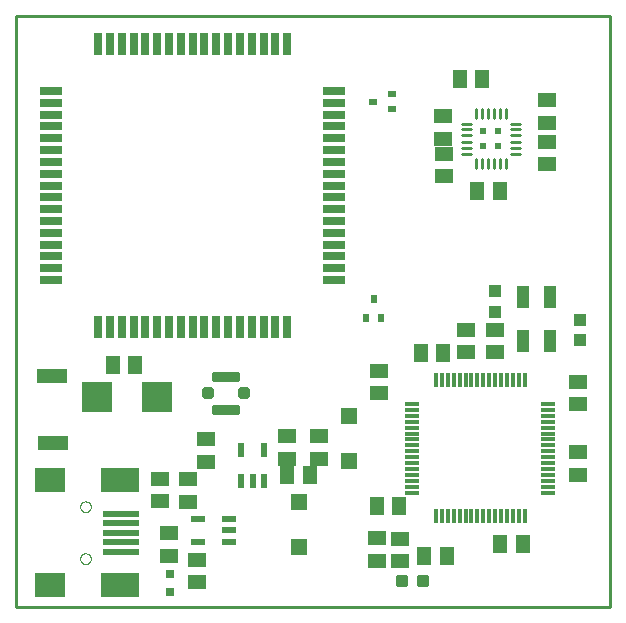
<source format=gtp>
G75*
%MOIN*%
%OFA0B0*%
%FSLAX25Y25*%
%IPPOS*%
%LPD*%
%AMOC8*
5,1,8,0,0,1.08239X$1,22.5*
%
%ADD10C,0.01000*%
%ADD11R,0.05906X0.05118*%
%ADD12R,0.10039X0.09843*%
%ADD13R,0.05118X0.05906*%
%ADD14R,0.03150X0.03150*%
%ADD15R,0.01181X0.04724*%
%ADD16R,0.04724X0.01181*%
%ADD17R,0.02362X0.04724*%
%ADD18C,0.01181*%
%ADD19R,0.07600X0.02600*%
%ADD20R,0.02600X0.07600*%
%ADD21R,0.04724X0.02165*%
%ADD22R,0.01900X0.01900*%
%ADD23C,0.01500*%
%ADD24C,0.02000*%
%ADD25R,0.09843X0.07874*%
%ADD26R,0.12992X0.07874*%
%ADD27R,0.12205X0.01969*%
%ADD28C,0.00000*%
%ADD29R,0.03937X0.04331*%
%ADD30R,0.05512X0.05512*%
%ADD31R,0.04331X0.07480*%
%ADD32R,0.10000X0.05000*%
%ADD33R,0.02362X0.03150*%
%ADD34R,0.03150X0.02362*%
D10*
X0001500Y0012458D02*
X0199335Y0012458D01*
X0199335Y0209309D01*
X0001500Y0209309D01*
X0001500Y0012458D01*
X0149917Y0163451D02*
X0152917Y0163451D01*
X0152917Y0165447D02*
X0149917Y0165447D01*
X0149917Y0167424D02*
X0152917Y0167424D01*
X0152917Y0169530D02*
X0149917Y0169530D01*
X0149917Y0171517D02*
X0152917Y0171517D01*
X0152917Y0173503D02*
X0149917Y0173503D01*
X0154564Y0175251D02*
X0154564Y0178251D01*
X0156561Y0178251D02*
X0156561Y0175251D01*
X0158537Y0175251D02*
X0158537Y0178251D01*
X0160644Y0178251D02*
X0160644Y0175251D01*
X0162630Y0175251D02*
X0162630Y0178251D01*
X0164617Y0178251D02*
X0164617Y0175251D01*
X0166265Y0173503D02*
X0169265Y0173503D01*
X0169265Y0171517D02*
X0166265Y0171517D01*
X0166265Y0169530D02*
X0169265Y0169530D01*
X0169265Y0167424D02*
X0166265Y0167424D01*
X0166265Y0165447D02*
X0169265Y0165447D01*
X0169265Y0163451D02*
X0166265Y0163451D01*
X0164617Y0161703D02*
X0164617Y0158703D01*
X0162630Y0158703D02*
X0162630Y0161703D01*
X0160644Y0161703D02*
X0160644Y0158703D01*
X0158537Y0158703D02*
X0158537Y0161703D01*
X0156561Y0161703D02*
X0156561Y0158703D01*
X0154564Y0158703D02*
X0154564Y0161703D01*
D11*
X0144005Y0163369D03*
X0143774Y0168428D03*
X0143774Y0175908D03*
X0144005Y0155888D03*
X0178518Y0159968D03*
X0178518Y0167449D03*
X0178208Y0173777D03*
X0178208Y0181258D03*
X0161110Y0104791D03*
X0161110Y0097311D03*
X0151466Y0097227D03*
X0151466Y0104707D03*
X0122465Y0091002D03*
X0122465Y0083521D03*
X0102209Y0069250D03*
X0102209Y0061769D03*
X0091776Y0061809D03*
X0091776Y0069289D03*
X0064669Y0068206D03*
X0064669Y0060726D03*
X0058705Y0054880D03*
X0058705Y0047399D03*
X0052223Y0036942D03*
X0052223Y0029461D03*
X0061835Y0028069D03*
X0061835Y0020588D03*
X0049354Y0047557D03*
X0049354Y0055037D03*
X0121579Y0035195D03*
X0121579Y0027714D03*
X0129256Y0027616D03*
X0129256Y0035096D03*
X0188700Y0056440D03*
X0188700Y0063920D03*
X0188690Y0079875D03*
X0188690Y0087355D03*
D12*
X0048331Y0082380D03*
X0028449Y0082380D03*
D13*
X0033685Y0092926D03*
X0041165Y0092926D03*
X0091795Y0056474D03*
X0099276Y0056474D03*
X0121579Y0046021D03*
X0129059Y0046021D03*
X0137415Y0029378D03*
X0144896Y0029378D03*
X0162720Y0033226D03*
X0170201Y0033226D03*
X0143744Y0096897D03*
X0136264Y0096897D03*
X0155083Y0150952D03*
X0162563Y0150952D03*
X0156731Y0188182D03*
X0149251Y0188182D03*
D14*
X0052652Y0023384D03*
X0052652Y0017478D03*
D15*
X0141362Y0042604D03*
X0143331Y0042604D03*
X0145299Y0042604D03*
X0147268Y0042604D03*
X0149236Y0042604D03*
X0151205Y0042604D03*
X0153173Y0042604D03*
X0155142Y0042604D03*
X0157110Y0042604D03*
X0159079Y0042604D03*
X0161047Y0042604D03*
X0163016Y0042604D03*
X0164984Y0042604D03*
X0166953Y0042604D03*
X0168921Y0042604D03*
X0170890Y0042604D03*
X0170890Y0087880D03*
X0168921Y0087880D03*
X0166953Y0087880D03*
X0164984Y0087880D03*
X0163016Y0087880D03*
X0161047Y0087880D03*
X0159079Y0087880D03*
X0157110Y0087880D03*
X0155142Y0087880D03*
X0153173Y0087880D03*
X0151205Y0087880D03*
X0149236Y0087880D03*
X0147268Y0087880D03*
X0145299Y0087880D03*
X0143331Y0087880D03*
X0141362Y0087880D03*
D16*
X0133488Y0080006D03*
X0133488Y0078037D03*
X0133488Y0076069D03*
X0133488Y0074100D03*
X0133488Y0072132D03*
X0133488Y0070163D03*
X0133488Y0068195D03*
X0133488Y0066226D03*
X0133488Y0064258D03*
X0133488Y0062289D03*
X0133488Y0060321D03*
X0133488Y0058352D03*
X0133488Y0056384D03*
X0133488Y0054415D03*
X0133488Y0052447D03*
X0133488Y0050478D03*
X0178764Y0050478D03*
X0178764Y0052447D03*
X0178764Y0054415D03*
X0178764Y0056384D03*
X0178764Y0058352D03*
X0178764Y0060321D03*
X0178764Y0062289D03*
X0178764Y0064258D03*
X0178764Y0066226D03*
X0178764Y0068195D03*
X0178764Y0070163D03*
X0178764Y0072132D03*
X0178764Y0074100D03*
X0178764Y0076069D03*
X0178764Y0078037D03*
X0178764Y0080006D03*
D17*
X0083961Y0064569D03*
X0076480Y0064569D03*
X0076480Y0054285D03*
X0080220Y0054285D03*
X0083961Y0054285D03*
D18*
X0131472Y0022301D02*
X0131472Y0019545D01*
X0128716Y0019545D01*
X0128716Y0022301D01*
X0131472Y0022301D01*
X0131472Y0020725D02*
X0128716Y0020725D01*
X0128716Y0021905D02*
X0131472Y0021905D01*
X0138378Y0022301D02*
X0138378Y0019545D01*
X0135622Y0019545D01*
X0135622Y0022301D01*
X0138378Y0022301D01*
X0138378Y0020725D02*
X0135622Y0020725D01*
X0135622Y0021905D02*
X0138378Y0021905D01*
D19*
X0107484Y0121336D03*
X0107484Y0125273D03*
X0107484Y0129210D03*
X0107484Y0133147D03*
X0107484Y0137084D03*
X0107484Y0141021D03*
X0107484Y0144958D03*
X0107484Y0148895D03*
X0107484Y0152832D03*
X0107484Y0156769D03*
X0107484Y0160706D03*
X0107484Y0164643D03*
X0107484Y0168580D03*
X0107484Y0172517D03*
X0107484Y0176454D03*
X0107484Y0180391D03*
X0107484Y0184328D03*
X0012996Y0184328D03*
X0012996Y0180391D03*
X0012996Y0176454D03*
X0012996Y0172517D03*
X0012996Y0168580D03*
X0012996Y0164643D03*
X0012996Y0160706D03*
X0012996Y0156769D03*
X0012996Y0152832D03*
X0012996Y0148895D03*
X0012996Y0144958D03*
X0012996Y0141021D03*
X0012996Y0137084D03*
X0012996Y0133147D03*
X0012996Y0129210D03*
X0012996Y0125273D03*
X0012996Y0121336D03*
D20*
X0028744Y0105588D03*
X0032681Y0105588D03*
X0036618Y0105588D03*
X0040555Y0105588D03*
X0044492Y0105588D03*
X0048429Y0105588D03*
X0052366Y0105588D03*
X0056303Y0105588D03*
X0060240Y0105588D03*
X0064177Y0105588D03*
X0068114Y0105588D03*
X0072051Y0105588D03*
X0075988Y0105588D03*
X0079925Y0105588D03*
X0083862Y0105588D03*
X0087799Y0105588D03*
X0091736Y0105588D03*
X0091736Y0200076D03*
X0087799Y0200076D03*
X0083862Y0200076D03*
X0079925Y0200076D03*
X0075988Y0200076D03*
X0072051Y0200076D03*
X0068114Y0200076D03*
X0064177Y0200076D03*
X0060240Y0200076D03*
X0056303Y0200076D03*
X0052366Y0200076D03*
X0048429Y0200076D03*
X0044492Y0200076D03*
X0040555Y0200076D03*
X0036618Y0200076D03*
X0032681Y0200076D03*
X0028744Y0200076D03*
D21*
X0062070Y0041612D03*
X0062070Y0034132D03*
X0072307Y0034132D03*
X0072307Y0037872D03*
X0072307Y0041612D03*
D22*
X0156980Y0166148D03*
X0157130Y0170898D03*
X0161930Y0170898D03*
X0161980Y0166148D03*
D23*
X0074984Y0088399D02*
X0067484Y0088399D01*
X0067484Y0089899D01*
X0074984Y0089899D01*
X0074984Y0088399D01*
X0074984Y0089898D02*
X0067484Y0089898D01*
X0067484Y0077399D02*
X0074984Y0077399D01*
X0067484Y0077399D02*
X0067484Y0078899D01*
X0074984Y0078899D01*
X0074984Y0077399D01*
X0074984Y0078898D02*
X0067484Y0078898D01*
D24*
X0066234Y0084649D02*
X0064234Y0084649D01*
X0066234Y0084649D02*
X0066234Y0082649D01*
X0064234Y0082649D01*
X0064234Y0084649D01*
X0064234Y0084648D02*
X0066234Y0084648D01*
X0076234Y0084649D02*
X0078234Y0084649D01*
X0078234Y0082649D01*
X0076234Y0082649D01*
X0076234Y0084649D01*
X0076234Y0084648D02*
X0078234Y0084648D01*
D25*
X0012720Y0054624D03*
X0012720Y0019584D03*
D26*
X0035949Y0019584D03*
X0035949Y0054624D03*
D27*
X0036343Y0043403D03*
X0036343Y0040254D03*
X0036343Y0037104D03*
X0036343Y0033954D03*
X0036343Y0030805D03*
D28*
X0022759Y0028443D02*
X0022761Y0028527D01*
X0022767Y0028610D01*
X0022777Y0028693D01*
X0022791Y0028776D01*
X0022808Y0028858D01*
X0022830Y0028939D01*
X0022855Y0029018D01*
X0022884Y0029097D01*
X0022917Y0029174D01*
X0022953Y0029249D01*
X0022993Y0029323D01*
X0023036Y0029395D01*
X0023083Y0029464D01*
X0023133Y0029531D01*
X0023186Y0029596D01*
X0023242Y0029658D01*
X0023300Y0029718D01*
X0023362Y0029775D01*
X0023426Y0029828D01*
X0023493Y0029879D01*
X0023562Y0029926D01*
X0023633Y0029971D01*
X0023706Y0030011D01*
X0023781Y0030048D01*
X0023858Y0030082D01*
X0023936Y0030112D01*
X0024015Y0030138D01*
X0024096Y0030161D01*
X0024178Y0030179D01*
X0024260Y0030194D01*
X0024343Y0030205D01*
X0024426Y0030212D01*
X0024510Y0030215D01*
X0024594Y0030214D01*
X0024677Y0030209D01*
X0024761Y0030200D01*
X0024843Y0030187D01*
X0024925Y0030171D01*
X0025006Y0030150D01*
X0025087Y0030126D01*
X0025165Y0030098D01*
X0025243Y0030066D01*
X0025319Y0030030D01*
X0025393Y0029991D01*
X0025465Y0029949D01*
X0025535Y0029903D01*
X0025603Y0029854D01*
X0025668Y0029802D01*
X0025731Y0029747D01*
X0025791Y0029689D01*
X0025849Y0029628D01*
X0025903Y0029564D01*
X0025955Y0029498D01*
X0026003Y0029430D01*
X0026048Y0029359D01*
X0026089Y0029286D01*
X0026128Y0029212D01*
X0026162Y0029136D01*
X0026193Y0029058D01*
X0026220Y0028979D01*
X0026244Y0028898D01*
X0026263Y0028817D01*
X0026279Y0028735D01*
X0026291Y0028652D01*
X0026299Y0028568D01*
X0026303Y0028485D01*
X0026303Y0028401D01*
X0026299Y0028318D01*
X0026291Y0028234D01*
X0026279Y0028151D01*
X0026263Y0028069D01*
X0026244Y0027988D01*
X0026220Y0027907D01*
X0026193Y0027828D01*
X0026162Y0027750D01*
X0026128Y0027674D01*
X0026089Y0027600D01*
X0026048Y0027527D01*
X0026003Y0027456D01*
X0025955Y0027388D01*
X0025903Y0027322D01*
X0025849Y0027258D01*
X0025791Y0027197D01*
X0025731Y0027139D01*
X0025668Y0027084D01*
X0025603Y0027032D01*
X0025535Y0026983D01*
X0025465Y0026937D01*
X0025393Y0026895D01*
X0025319Y0026856D01*
X0025243Y0026820D01*
X0025165Y0026788D01*
X0025087Y0026760D01*
X0025006Y0026736D01*
X0024925Y0026715D01*
X0024843Y0026699D01*
X0024761Y0026686D01*
X0024677Y0026677D01*
X0024594Y0026672D01*
X0024510Y0026671D01*
X0024426Y0026674D01*
X0024343Y0026681D01*
X0024260Y0026692D01*
X0024178Y0026707D01*
X0024096Y0026725D01*
X0024015Y0026748D01*
X0023936Y0026774D01*
X0023858Y0026804D01*
X0023781Y0026838D01*
X0023706Y0026875D01*
X0023633Y0026915D01*
X0023562Y0026960D01*
X0023493Y0027007D01*
X0023426Y0027058D01*
X0023362Y0027111D01*
X0023300Y0027168D01*
X0023242Y0027228D01*
X0023186Y0027290D01*
X0023133Y0027355D01*
X0023083Y0027422D01*
X0023036Y0027491D01*
X0022993Y0027563D01*
X0022953Y0027637D01*
X0022917Y0027712D01*
X0022884Y0027789D01*
X0022855Y0027868D01*
X0022830Y0027947D01*
X0022808Y0028028D01*
X0022791Y0028110D01*
X0022777Y0028193D01*
X0022767Y0028276D01*
X0022761Y0028359D01*
X0022759Y0028443D01*
X0022759Y0045765D02*
X0022761Y0045849D01*
X0022767Y0045932D01*
X0022777Y0046015D01*
X0022791Y0046098D01*
X0022808Y0046180D01*
X0022830Y0046261D01*
X0022855Y0046340D01*
X0022884Y0046419D01*
X0022917Y0046496D01*
X0022953Y0046571D01*
X0022993Y0046645D01*
X0023036Y0046717D01*
X0023083Y0046786D01*
X0023133Y0046853D01*
X0023186Y0046918D01*
X0023242Y0046980D01*
X0023300Y0047040D01*
X0023362Y0047097D01*
X0023426Y0047150D01*
X0023493Y0047201D01*
X0023562Y0047248D01*
X0023633Y0047293D01*
X0023706Y0047333D01*
X0023781Y0047370D01*
X0023858Y0047404D01*
X0023936Y0047434D01*
X0024015Y0047460D01*
X0024096Y0047483D01*
X0024178Y0047501D01*
X0024260Y0047516D01*
X0024343Y0047527D01*
X0024426Y0047534D01*
X0024510Y0047537D01*
X0024594Y0047536D01*
X0024677Y0047531D01*
X0024761Y0047522D01*
X0024843Y0047509D01*
X0024925Y0047493D01*
X0025006Y0047472D01*
X0025087Y0047448D01*
X0025165Y0047420D01*
X0025243Y0047388D01*
X0025319Y0047352D01*
X0025393Y0047313D01*
X0025465Y0047271D01*
X0025535Y0047225D01*
X0025603Y0047176D01*
X0025668Y0047124D01*
X0025731Y0047069D01*
X0025791Y0047011D01*
X0025849Y0046950D01*
X0025903Y0046886D01*
X0025955Y0046820D01*
X0026003Y0046752D01*
X0026048Y0046681D01*
X0026089Y0046608D01*
X0026128Y0046534D01*
X0026162Y0046458D01*
X0026193Y0046380D01*
X0026220Y0046301D01*
X0026244Y0046220D01*
X0026263Y0046139D01*
X0026279Y0046057D01*
X0026291Y0045974D01*
X0026299Y0045890D01*
X0026303Y0045807D01*
X0026303Y0045723D01*
X0026299Y0045640D01*
X0026291Y0045556D01*
X0026279Y0045473D01*
X0026263Y0045391D01*
X0026244Y0045310D01*
X0026220Y0045229D01*
X0026193Y0045150D01*
X0026162Y0045072D01*
X0026128Y0044996D01*
X0026089Y0044922D01*
X0026048Y0044849D01*
X0026003Y0044778D01*
X0025955Y0044710D01*
X0025903Y0044644D01*
X0025849Y0044580D01*
X0025791Y0044519D01*
X0025731Y0044461D01*
X0025668Y0044406D01*
X0025603Y0044354D01*
X0025535Y0044305D01*
X0025465Y0044259D01*
X0025393Y0044217D01*
X0025319Y0044178D01*
X0025243Y0044142D01*
X0025165Y0044110D01*
X0025087Y0044082D01*
X0025006Y0044058D01*
X0024925Y0044037D01*
X0024843Y0044021D01*
X0024761Y0044008D01*
X0024677Y0043999D01*
X0024594Y0043994D01*
X0024510Y0043993D01*
X0024426Y0043996D01*
X0024343Y0044003D01*
X0024260Y0044014D01*
X0024178Y0044029D01*
X0024096Y0044047D01*
X0024015Y0044070D01*
X0023936Y0044096D01*
X0023858Y0044126D01*
X0023781Y0044160D01*
X0023706Y0044197D01*
X0023633Y0044237D01*
X0023562Y0044282D01*
X0023493Y0044329D01*
X0023426Y0044380D01*
X0023362Y0044433D01*
X0023300Y0044490D01*
X0023242Y0044550D01*
X0023186Y0044612D01*
X0023133Y0044677D01*
X0023083Y0044744D01*
X0023036Y0044813D01*
X0022993Y0044885D01*
X0022953Y0044959D01*
X0022917Y0045034D01*
X0022884Y0045111D01*
X0022855Y0045190D01*
X0022830Y0045269D01*
X0022808Y0045350D01*
X0022791Y0045432D01*
X0022777Y0045515D01*
X0022767Y0045598D01*
X0022761Y0045681D01*
X0022759Y0045765D01*
D29*
X0160896Y0110836D03*
X0160896Y0117529D03*
X0189287Y0107897D03*
X0189287Y0101204D03*
D30*
X0112519Y0075883D03*
X0112519Y0060922D03*
X0095545Y0047252D03*
X0095545Y0032291D03*
D31*
X0170201Y0101139D03*
X0179256Y0101139D03*
X0179256Y0115706D03*
X0170201Y0115706D03*
D32*
X0013311Y0089230D03*
X0013803Y0067084D03*
D33*
X0118035Y0108718D03*
X0120594Y0115017D03*
X0123154Y0108718D03*
D34*
X0126697Y0178206D03*
X0126697Y0183325D03*
X0120398Y0180765D03*
M02*

</source>
